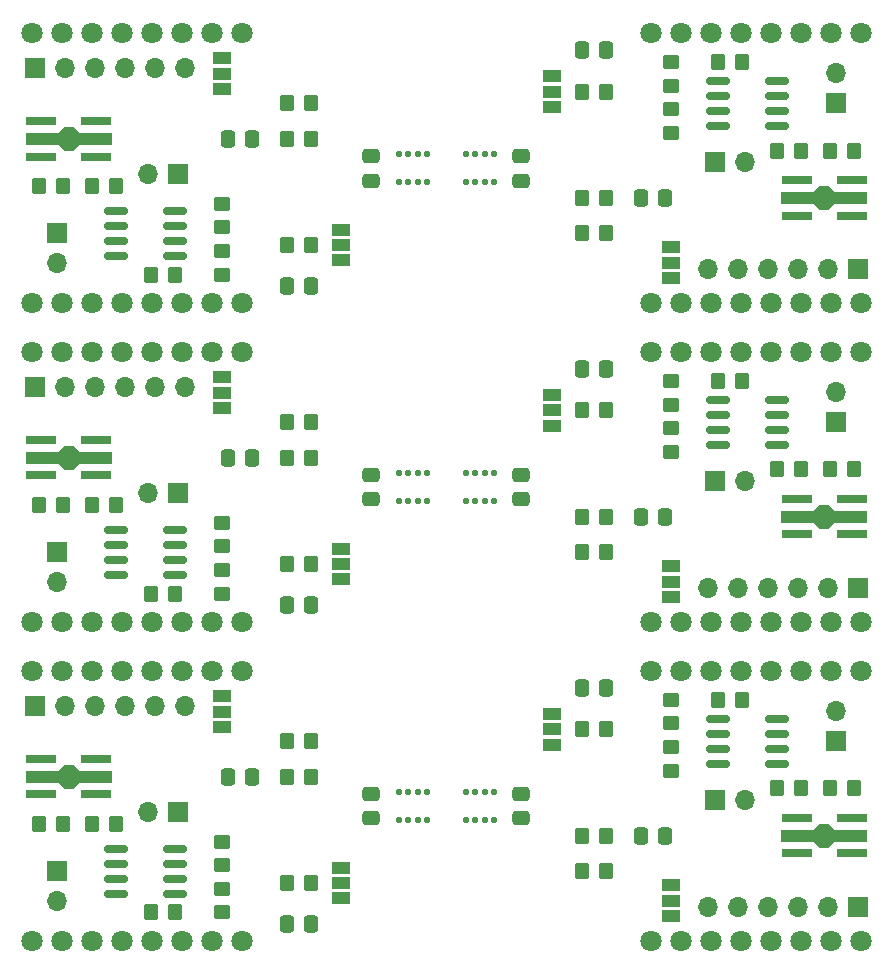
<source format=gbr>
%TF.GenerationSoftware,KiCad,Pcbnew,7.0.1*%
%TF.CreationDate,2023-04-18T17:25:39+02:00*%
%TF.ProjectId,BME680_shield_panel,424d4536-3830-45f7-9368-69656c645f70,rev?*%
%TF.SameCoordinates,Original*%
%TF.FileFunction,Soldermask,Top*%
%TF.FilePolarity,Negative*%
%FSLAX46Y46*%
G04 Gerber Fmt 4.6, Leading zero omitted, Abs format (unit mm)*
G04 Created by KiCad (PCBNEW 7.0.1) date 2023-04-18 17:25:39*
%MOMM*%
%LPD*%
G01*
G04 APERTURE LIST*
G04 Aperture macros list*
%AMRoundRect*
0 Rectangle with rounded corners*
0 $1 Rounding radius*
0 $2 $3 $4 $5 $6 $7 $8 $9 X,Y pos of 4 corners*
0 Add a 4 corners polygon primitive as box body*
4,1,4,$2,$3,$4,$5,$6,$7,$8,$9,$2,$3,0*
0 Add four circle primitives for the rounded corners*
1,1,$1+$1,$2,$3*
1,1,$1+$1,$4,$5*
1,1,$1+$1,$6,$7*
1,1,$1+$1,$8,$9*
0 Add four rect primitives between the rounded corners*
20,1,$1+$1,$2,$3,$4,$5,0*
20,1,$1+$1,$4,$5,$6,$7,0*
20,1,$1+$1,$6,$7,$8,$9,0*
20,1,$1+$1,$8,$9,$2,$3,0*%
%AMFreePoly0*
4,1,13,0.900000,0.500000,3.600000,0.500000,3.600000,-0.500000,0.900000,-0.500000,0.400000,-1.000000,-0.400000,-1.000000,-0.900000,-0.500000,-3.600000,-0.500000,-3.600000,0.500000,-0.900000,0.500000,-0.400000,1.000000,0.400000,1.000000,0.900000,0.500000,0.900000,0.500000,$1*%
G04 Aperture macros list end*
%ADD10RoundRect,0.250000X0.350000X0.450000X-0.350000X0.450000X-0.350000X-0.450000X0.350000X-0.450000X0*%
%ADD11R,1.700000X1.700000*%
%ADD12O,1.700000X1.700000*%
%ADD13RoundRect,0.250000X0.450000X-0.350000X0.450000X0.350000X-0.450000X0.350000X-0.450000X-0.350000X0*%
%ADD14RoundRect,0.250000X0.475000X-0.337500X0.475000X0.337500X-0.475000X0.337500X-0.475000X-0.337500X0*%
%ADD15RoundRect,0.250000X-0.450000X0.350000X-0.450000X-0.350000X0.450000X-0.350000X0.450000X0.350000X0*%
%ADD16RoundRect,0.250000X-0.337500X-0.475000X0.337500X-0.475000X0.337500X0.475000X-0.337500X0.475000X0*%
%ADD17RoundRect,0.150000X0.825000X0.150000X-0.825000X0.150000X-0.825000X-0.150000X0.825000X-0.150000X0*%
%ADD18C,1.800000*%
%ADD19R,1.500000X1.000000*%
%ADD20R,2.500000X0.700000*%
%ADD21FreePoly0,180.000000*%
%ADD22RoundRect,0.125000X-0.125000X-0.137500X0.125000X-0.137500X0.125000X0.137500X-0.125000X0.137500X0*%
%ADD23RoundRect,0.250000X-0.350000X-0.450000X0.350000X-0.450000X0.350000X0.450000X-0.350000X0.450000X0*%
%ADD24RoundRect,0.250000X-0.475000X0.337500X-0.475000X-0.337500X0.475000X-0.337500X0.475000X0.337500X0*%
%ADD25RoundRect,0.250000X0.337500X0.475000X-0.337500X0.475000X-0.337500X-0.475000X0.337500X-0.475000X0*%
%ADD26RoundRect,0.150000X-0.825000X-0.150000X0.825000X-0.150000X0.825000X0.150000X-0.825000X0.150000X0*%
%ADD27FreePoly0,0.000000*%
%ADD28RoundRect,0.125000X0.125000X0.137500X-0.125000X0.137500X-0.125000X-0.137500X0.125000X-0.137500X0*%
G04 APERTURE END LIST*
D10*
%TO.C,R103*%
X79000000Y-36500000D03*
X77000000Y-36500000D03*
%TD*%
D11*
%TO.C,J101*%
X55650000Y-33500000D03*
D12*
X58190000Y-33500000D03*
X60730000Y-33500000D03*
X63270000Y-33500000D03*
X65810000Y-33500000D03*
X68350000Y-33500000D03*
%TD*%
D13*
%TO.C,R107*%
X71500000Y-51000000D03*
X71500000Y-49000000D03*
%TD*%
D14*
%TO.C,C101*%
X84150000Y-43037500D03*
X84150000Y-40962500D03*
%TD*%
D11*
%TO.C,JP103*%
X67775000Y-42500000D03*
D12*
X65235000Y-42500000D03*
%TD*%
D10*
%TO.C,R105*%
X58000000Y-43500000D03*
X56000000Y-43500000D03*
%TD*%
%TO.C,R101*%
X79000000Y-48500000D03*
X77000000Y-48500000D03*
%TD*%
D15*
%TO.C,R106*%
X71500000Y-45000000D03*
X71500000Y-47000000D03*
%TD*%
D10*
%TO.C,R102*%
X79000000Y-39500000D03*
X77000000Y-39500000D03*
%TD*%
D16*
%TO.C,C103*%
X71962500Y-39500000D03*
X74037500Y-39500000D03*
%TD*%
D17*
%TO.C,U104*%
X67475000Y-49405000D03*
X67475000Y-48135000D03*
X67475000Y-46865000D03*
X67475000Y-45595000D03*
X62525000Y-45595000D03*
X62525000Y-46865000D03*
X62525000Y-48135000D03*
X62525000Y-49405000D03*
%TD*%
D16*
%TO.C,C102*%
X76962500Y-52000000D03*
X79037500Y-52000000D03*
%TD*%
D18*
%TO.C,U102*%
X55400000Y-53427976D03*
X57940000Y-53427976D03*
X60480000Y-53427976D03*
X63020000Y-53427976D03*
X65560000Y-53427976D03*
X68100000Y-53427976D03*
X70640000Y-53427976D03*
X73180000Y-53427976D03*
X73180000Y-30567976D03*
X70640000Y-30567976D03*
X68100000Y-30567976D03*
X65560000Y-30567976D03*
X63020000Y-30567976D03*
X60480000Y-30567976D03*
X57940000Y-30567976D03*
X55400000Y-30567976D03*
%TD*%
D19*
%TO.C,JP102*%
X81537500Y-47200000D03*
X81537500Y-48500000D03*
X81537500Y-49800000D03*
%TD*%
%TO.C,JP101*%
X71500000Y-35300000D03*
X71500000Y-34000000D03*
X71500000Y-32700000D03*
%TD*%
D10*
%TO.C,R104*%
X62500000Y-43500000D03*
X60500000Y-43500000D03*
%TD*%
D20*
%TO.C,U103*%
X60850000Y-41000000D03*
D21*
X58500000Y-39500000D03*
D20*
X60850000Y-38000000D03*
X56150000Y-38000000D03*
X56150000Y-41000000D03*
%TD*%
D10*
%TO.C,R108*%
X67500000Y-51000000D03*
X65500000Y-51000000D03*
%TD*%
D11*
%TO.C,J102*%
X57500000Y-47500000D03*
D12*
X57500000Y-50040000D03*
%TD*%
D22*
%TO.C,U101*%
X86450000Y-40812500D03*
X87250000Y-40812500D03*
X88050000Y-40812500D03*
X88850000Y-40812500D03*
X88850000Y-43187500D03*
X88050000Y-43187500D03*
X87250000Y-43187500D03*
X86450000Y-43187500D03*
%TD*%
D10*
%TO.C,R103*%
X77000000Y-63500000D03*
X79000000Y-63500000D03*
%TD*%
D12*
%TO.C,J101*%
X68350000Y-60500000D03*
X65810000Y-60500000D03*
X63270000Y-60500000D03*
X60730000Y-60500000D03*
X58190000Y-60500000D03*
D11*
X55650000Y-60500000D03*
%TD*%
D13*
%TO.C,R107*%
X71500000Y-76000000D03*
X71500000Y-78000000D03*
%TD*%
D14*
%TO.C,C101*%
X84150000Y-67962500D03*
X84150000Y-70037500D03*
%TD*%
D12*
%TO.C,JP103*%
X65235000Y-69500000D03*
D11*
X67775000Y-69500000D03*
%TD*%
D10*
%TO.C,R105*%
X56000000Y-70500000D03*
X58000000Y-70500000D03*
%TD*%
%TO.C,R101*%
X77000000Y-75500000D03*
X79000000Y-75500000D03*
%TD*%
D15*
%TO.C,R106*%
X71500000Y-74000000D03*
X71500000Y-72000000D03*
%TD*%
D10*
%TO.C,R102*%
X77000000Y-66500000D03*
X79000000Y-66500000D03*
%TD*%
D16*
%TO.C,C103*%
X74037500Y-66500000D03*
X71962500Y-66500000D03*
%TD*%
D17*
%TO.C,U104*%
X62525000Y-76405000D03*
X62525000Y-75135000D03*
X62525000Y-73865000D03*
X62525000Y-72595000D03*
X67475000Y-72595000D03*
X67475000Y-73865000D03*
X67475000Y-75135000D03*
X67475000Y-76405000D03*
%TD*%
D16*
%TO.C,C102*%
X79037500Y-79000000D03*
X76962500Y-79000000D03*
%TD*%
D18*
%TO.C,U102*%
X55400000Y-57567976D03*
X57940000Y-57567976D03*
X60480000Y-57567976D03*
X63020000Y-57567976D03*
X65560000Y-57567976D03*
X68100000Y-57567976D03*
X70640000Y-57567976D03*
X73180000Y-57567976D03*
X73180000Y-80427976D03*
X70640000Y-80427976D03*
X68100000Y-80427976D03*
X65560000Y-80427976D03*
X63020000Y-80427976D03*
X60480000Y-80427976D03*
X57940000Y-80427976D03*
X55400000Y-80427976D03*
%TD*%
D19*
%TO.C,JP102*%
X81537500Y-76800000D03*
X81537500Y-75500000D03*
X81537500Y-74200000D03*
%TD*%
%TO.C,JP101*%
X71500000Y-59700000D03*
X71500000Y-61000000D03*
X71500000Y-62300000D03*
%TD*%
D10*
%TO.C,R104*%
X60500000Y-70500000D03*
X62500000Y-70500000D03*
%TD*%
D20*
%TO.C,U103*%
X56150000Y-68000000D03*
X56150000Y-65000000D03*
X60850000Y-65000000D03*
D21*
X58500000Y-66500000D03*
D20*
X60850000Y-68000000D03*
%TD*%
D10*
%TO.C,R108*%
X65500000Y-78000000D03*
X67500000Y-78000000D03*
%TD*%
D12*
%TO.C,J102*%
X57500000Y-77040000D03*
D11*
X57500000Y-74500000D03*
%TD*%
D22*
%TO.C,U101*%
X86450000Y-70187500D03*
X87250000Y-70187500D03*
X88050000Y-70187500D03*
X88850000Y-70187500D03*
X88850000Y-67812500D03*
X88050000Y-67812500D03*
X87250000Y-67812500D03*
X86450000Y-67812500D03*
%TD*%
D10*
%TO.C,R103*%
X79000000Y-90500000D03*
X77000000Y-90500000D03*
%TD*%
D11*
%TO.C,J101*%
X55650000Y-87500000D03*
D12*
X58190000Y-87500000D03*
X60730000Y-87500000D03*
X63270000Y-87500000D03*
X65810000Y-87500000D03*
X68350000Y-87500000D03*
%TD*%
D13*
%TO.C,R107*%
X71500000Y-105000000D03*
X71500000Y-103000000D03*
%TD*%
D14*
%TO.C,C101*%
X84150000Y-97037500D03*
X84150000Y-94962500D03*
%TD*%
D11*
%TO.C,JP103*%
X67775000Y-96500000D03*
D12*
X65235000Y-96500000D03*
%TD*%
D10*
%TO.C,R105*%
X58000000Y-97500000D03*
X56000000Y-97500000D03*
%TD*%
%TO.C,R101*%
X79000000Y-102500000D03*
X77000000Y-102500000D03*
%TD*%
D15*
%TO.C,R106*%
X71500000Y-99000000D03*
X71500000Y-101000000D03*
%TD*%
D10*
%TO.C,R102*%
X79000000Y-93500000D03*
X77000000Y-93500000D03*
%TD*%
D16*
%TO.C,C103*%
X71962500Y-93500000D03*
X74037500Y-93500000D03*
%TD*%
D17*
%TO.C,U104*%
X67475000Y-103405000D03*
X67475000Y-102135000D03*
X67475000Y-100865000D03*
X67475000Y-99595000D03*
X62525000Y-99595000D03*
X62525000Y-100865000D03*
X62525000Y-102135000D03*
X62525000Y-103405000D03*
%TD*%
D16*
%TO.C,C102*%
X76962500Y-106000000D03*
X79037500Y-106000000D03*
%TD*%
D18*
%TO.C,U102*%
X55400000Y-107427976D03*
X57940000Y-107427976D03*
X60480000Y-107427976D03*
X63020000Y-107427976D03*
X65560000Y-107427976D03*
X68100000Y-107427976D03*
X70640000Y-107427976D03*
X73180000Y-107427976D03*
X73180000Y-84567976D03*
X70640000Y-84567976D03*
X68100000Y-84567976D03*
X65560000Y-84567976D03*
X63020000Y-84567976D03*
X60480000Y-84567976D03*
X57940000Y-84567976D03*
X55400000Y-84567976D03*
%TD*%
D19*
%TO.C,JP102*%
X81537500Y-101200000D03*
X81537500Y-102500000D03*
X81537500Y-103800000D03*
%TD*%
%TO.C,JP101*%
X71500000Y-89300000D03*
X71500000Y-88000000D03*
X71500000Y-86700000D03*
%TD*%
D10*
%TO.C,R104*%
X62500000Y-97500000D03*
X60500000Y-97500000D03*
%TD*%
D20*
%TO.C,U103*%
X60850000Y-95000000D03*
D21*
X58500000Y-93500000D03*
D20*
X60850000Y-92000000D03*
X56150000Y-92000000D03*
X56150000Y-95000000D03*
%TD*%
D10*
%TO.C,R108*%
X67500000Y-105000000D03*
X65500000Y-105000000D03*
%TD*%
D11*
%TO.C,J102*%
X57500000Y-101500000D03*
D12*
X57500000Y-104040000D03*
%TD*%
D22*
%TO.C,U101*%
X86450000Y-94812500D03*
X87250000Y-94812500D03*
X88050000Y-94812500D03*
X88850000Y-94812500D03*
X88850000Y-97187500D03*
X88050000Y-97187500D03*
X87250000Y-97187500D03*
X86450000Y-97187500D03*
%TD*%
D23*
%TO.C,R103*%
X102000000Y-101500000D03*
X104000000Y-101500000D03*
%TD*%
D11*
%TO.C,J101*%
X125350000Y-104500000D03*
D12*
X122810000Y-104500000D03*
X120270000Y-104500000D03*
X117730000Y-104500000D03*
X115190000Y-104500000D03*
X112650000Y-104500000D03*
%TD*%
D15*
%TO.C,R107*%
X109500000Y-87000000D03*
X109500000Y-89000000D03*
%TD*%
D24*
%TO.C,C101*%
X96850000Y-94962500D03*
X96850000Y-97037500D03*
%TD*%
D11*
%TO.C,JP103*%
X113225000Y-95500000D03*
D12*
X115765000Y-95500000D03*
%TD*%
D23*
%TO.C,R105*%
X123000000Y-94500000D03*
X125000000Y-94500000D03*
%TD*%
%TO.C,R101*%
X102000000Y-89500000D03*
X104000000Y-89500000D03*
%TD*%
D13*
%TO.C,R106*%
X109500000Y-93000000D03*
X109500000Y-91000000D03*
%TD*%
D23*
%TO.C,R102*%
X102000000Y-98500000D03*
X104000000Y-98500000D03*
%TD*%
D25*
%TO.C,C103*%
X109037500Y-98500000D03*
X106962500Y-98500000D03*
%TD*%
D26*
%TO.C,U104*%
X113525000Y-88595000D03*
X113525000Y-89865000D03*
X113525000Y-91135000D03*
X113525000Y-92405000D03*
X118475000Y-92405000D03*
X118475000Y-91135000D03*
X118475000Y-89865000D03*
X118475000Y-88595000D03*
%TD*%
D25*
%TO.C,C102*%
X104037500Y-86000000D03*
X101962500Y-86000000D03*
%TD*%
D18*
%TO.C,U102*%
X125600000Y-84572024D03*
X123060000Y-84572024D03*
X120520000Y-84572024D03*
X117980000Y-84572024D03*
X115440000Y-84572024D03*
X112900000Y-84572024D03*
X110360000Y-84572024D03*
X107820000Y-84572024D03*
X107820000Y-107432024D03*
X110360000Y-107432024D03*
X112900000Y-107432024D03*
X115440000Y-107432024D03*
X117980000Y-107432024D03*
X120520000Y-107432024D03*
X123060000Y-107432024D03*
X125600000Y-107432024D03*
%TD*%
D19*
%TO.C,JP102*%
X99462500Y-90800000D03*
X99462500Y-89500000D03*
X99462500Y-88200000D03*
%TD*%
%TO.C,JP101*%
X109500000Y-102700000D03*
X109500000Y-104000000D03*
X109500000Y-105300000D03*
%TD*%
D23*
%TO.C,R104*%
X118500000Y-94500000D03*
X120500000Y-94500000D03*
%TD*%
D20*
%TO.C,U103*%
X120150000Y-97000000D03*
D27*
X122500000Y-98500000D03*
D20*
X120150000Y-100000000D03*
X124850000Y-100000000D03*
X124850000Y-97000000D03*
%TD*%
D23*
%TO.C,R108*%
X113500000Y-87000000D03*
X115500000Y-87000000D03*
%TD*%
D11*
%TO.C,J102*%
X123500000Y-90500000D03*
D12*
X123500000Y-87960000D03*
%TD*%
D28*
%TO.C,U101*%
X94550000Y-97187500D03*
X93750000Y-97187500D03*
X92950000Y-97187500D03*
X92150000Y-97187500D03*
X92150000Y-94812500D03*
X92950000Y-94812500D03*
X93750000Y-94812500D03*
X94550000Y-94812500D03*
%TD*%
D23*
%TO.C,R103*%
X102000000Y-47500000D03*
X104000000Y-47500000D03*
%TD*%
D11*
%TO.C,J101*%
X125350000Y-50500000D03*
D12*
X122810000Y-50500000D03*
X120270000Y-50500000D03*
X117730000Y-50500000D03*
X115190000Y-50500000D03*
X112650000Y-50500000D03*
%TD*%
D15*
%TO.C,R107*%
X109500000Y-33000000D03*
X109500000Y-35000000D03*
%TD*%
D24*
%TO.C,C101*%
X96850000Y-40962500D03*
X96850000Y-43037500D03*
%TD*%
D11*
%TO.C,JP103*%
X113225000Y-41500000D03*
D12*
X115765000Y-41500000D03*
%TD*%
D23*
%TO.C,R105*%
X123000000Y-40500000D03*
X125000000Y-40500000D03*
%TD*%
%TO.C,R101*%
X102000000Y-35500000D03*
X104000000Y-35500000D03*
%TD*%
D13*
%TO.C,R106*%
X109500000Y-39000000D03*
X109500000Y-37000000D03*
%TD*%
D23*
%TO.C,R102*%
X102000000Y-44500000D03*
X104000000Y-44500000D03*
%TD*%
D25*
%TO.C,C103*%
X109037500Y-44500000D03*
X106962500Y-44500000D03*
%TD*%
D26*
%TO.C,U104*%
X113525000Y-34595000D03*
X113525000Y-35865000D03*
X113525000Y-37135000D03*
X113525000Y-38405000D03*
X118475000Y-38405000D03*
X118475000Y-37135000D03*
X118475000Y-35865000D03*
X118475000Y-34595000D03*
%TD*%
D25*
%TO.C,C102*%
X104037500Y-32000000D03*
X101962500Y-32000000D03*
%TD*%
D18*
%TO.C,U102*%
X125600000Y-30572024D03*
X123060000Y-30572024D03*
X120520000Y-30572024D03*
X117980000Y-30572024D03*
X115440000Y-30572024D03*
X112900000Y-30572024D03*
X110360000Y-30572024D03*
X107820000Y-30572024D03*
X107820000Y-53432024D03*
X110360000Y-53432024D03*
X112900000Y-53432024D03*
X115440000Y-53432024D03*
X117980000Y-53432024D03*
X120520000Y-53432024D03*
X123060000Y-53432024D03*
X125600000Y-53432024D03*
%TD*%
D19*
%TO.C,JP102*%
X99462500Y-36800000D03*
X99462500Y-35500000D03*
X99462500Y-34200000D03*
%TD*%
%TO.C,JP101*%
X109500000Y-48700000D03*
X109500000Y-50000000D03*
X109500000Y-51300000D03*
%TD*%
D23*
%TO.C,R104*%
X118500000Y-40500000D03*
X120500000Y-40500000D03*
%TD*%
D20*
%TO.C,U103*%
X120150000Y-43000000D03*
D27*
X122500000Y-44500000D03*
D20*
X120150000Y-46000000D03*
X124850000Y-46000000D03*
X124850000Y-43000000D03*
%TD*%
D23*
%TO.C,R108*%
X113500000Y-33000000D03*
X115500000Y-33000000D03*
%TD*%
D11*
%TO.C,J102*%
X123500000Y-36500000D03*
D12*
X123500000Y-33960000D03*
%TD*%
D28*
%TO.C,U101*%
X94550000Y-43187500D03*
X93750000Y-43187500D03*
X92950000Y-43187500D03*
X92150000Y-43187500D03*
X92150000Y-40812500D03*
X92950000Y-40812500D03*
X93750000Y-40812500D03*
X94550000Y-40812500D03*
%TD*%
D19*
%TO.C,JP101*%
X109500000Y-75700000D03*
X109500000Y-77000000D03*
X109500000Y-78300000D03*
%TD*%
%TO.C,JP102*%
X99462500Y-63800000D03*
X99462500Y-62500000D03*
X99462500Y-61200000D03*
%TD*%
D23*
%TO.C,R104*%
X118500000Y-67500000D03*
X120500000Y-67500000D03*
%TD*%
D18*
%TO.C,U102*%
X125600000Y-57572024D03*
X123060000Y-57572024D03*
X120520000Y-57572024D03*
X117980000Y-57572024D03*
X115440000Y-57572024D03*
X112900000Y-57572024D03*
X110360000Y-57572024D03*
X107820000Y-57572024D03*
X107820000Y-80432024D03*
X110360000Y-80432024D03*
X112900000Y-80432024D03*
X115440000Y-80432024D03*
X117980000Y-80432024D03*
X120520000Y-80432024D03*
X123060000Y-80432024D03*
X125600000Y-80432024D03*
%TD*%
D25*
%TO.C,C102*%
X104037500Y-59000000D03*
X101962500Y-59000000D03*
%TD*%
D26*
%TO.C,U104*%
X113525000Y-61595000D03*
X113525000Y-62865000D03*
X113525000Y-64135000D03*
X113525000Y-65405000D03*
X118475000Y-65405000D03*
X118475000Y-64135000D03*
X118475000Y-62865000D03*
X118475000Y-61595000D03*
%TD*%
D25*
%TO.C,C103*%
X109037500Y-71500000D03*
X106962500Y-71500000D03*
%TD*%
D23*
%TO.C,R102*%
X102000000Y-71500000D03*
X104000000Y-71500000D03*
%TD*%
D13*
%TO.C,R106*%
X109500000Y-66000000D03*
X109500000Y-64000000D03*
%TD*%
D23*
%TO.C,R101*%
X102000000Y-62500000D03*
X104000000Y-62500000D03*
%TD*%
%TO.C,R105*%
X123000000Y-67500000D03*
X125000000Y-67500000D03*
%TD*%
D11*
%TO.C,JP103*%
X113225000Y-68500000D03*
D12*
X115765000Y-68500000D03*
%TD*%
D24*
%TO.C,C101*%
X96850000Y-67962500D03*
X96850000Y-70037500D03*
%TD*%
D15*
%TO.C,R107*%
X109500000Y-60000000D03*
X109500000Y-62000000D03*
%TD*%
D11*
%TO.C,J101*%
X125350000Y-77500000D03*
D12*
X122810000Y-77500000D03*
X120270000Y-77500000D03*
X117730000Y-77500000D03*
X115190000Y-77500000D03*
X112650000Y-77500000D03*
%TD*%
D23*
%TO.C,R103*%
X102000000Y-74500000D03*
X104000000Y-74500000D03*
%TD*%
%TO.C,R108*%
X113500000Y-60000000D03*
X115500000Y-60000000D03*
%TD*%
D20*
%TO.C,U103*%
X120150000Y-70000000D03*
D27*
X122500000Y-71500000D03*
D20*
X120150000Y-73000000D03*
X124850000Y-73000000D03*
X124850000Y-70000000D03*
%TD*%
D11*
%TO.C,J102*%
X123500000Y-63500000D03*
D12*
X123500000Y-60960000D03*
%TD*%
D28*
%TO.C,U101*%
X94550000Y-70187500D03*
X93750000Y-70187500D03*
X92950000Y-70187500D03*
X92150000Y-70187500D03*
X92150000Y-67812500D03*
X92950000Y-67812500D03*
X93750000Y-67812500D03*
X94550000Y-67812500D03*
%TD*%
M02*

</source>
